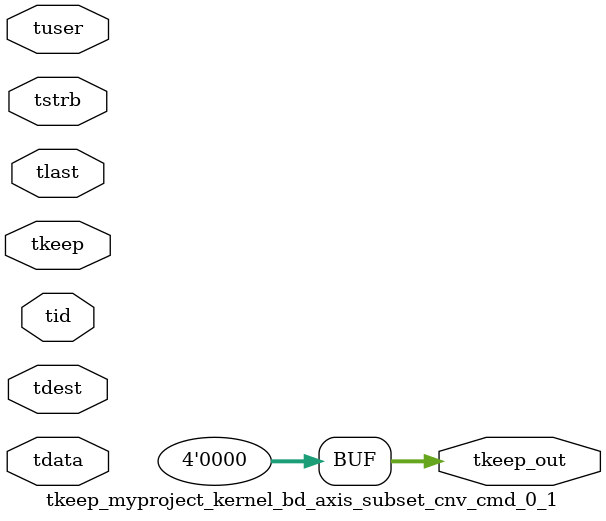
<source format=v>


`timescale 1ps/1ps

module tkeep_myproject_kernel_bd_axis_subset_cnv_cmd_0_1 #
(
parameter C_S_AXIS_TDATA_WIDTH = 32,
parameter C_S_AXIS_TUSER_WIDTH = 0,
parameter C_S_AXIS_TID_WIDTH   = 0,
parameter C_S_AXIS_TDEST_WIDTH = 0,
parameter C_M_AXIS_TDATA_WIDTH = 32
)
(
input  [(C_S_AXIS_TDATA_WIDTH == 0 ? 1 : C_S_AXIS_TDATA_WIDTH)-1:0     ] tdata,
input  [(C_S_AXIS_TUSER_WIDTH == 0 ? 1 : C_S_AXIS_TUSER_WIDTH)-1:0     ] tuser,
input  [(C_S_AXIS_TID_WIDTH   == 0 ? 1 : C_S_AXIS_TID_WIDTH)-1:0       ] tid,
input  [(C_S_AXIS_TDEST_WIDTH == 0 ? 1 : C_S_AXIS_TDEST_WIDTH)-1:0     ] tdest,
input  [(C_S_AXIS_TDATA_WIDTH/8)-1:0 ] tkeep,
input  [(C_S_AXIS_TDATA_WIDTH/8)-1:0 ] tstrb,
input                                                                    tlast,
output [(C_M_AXIS_TDATA_WIDTH/8)-1:0 ] tkeep_out
);

assign tkeep_out = {1'b0};

endmodule


</source>
